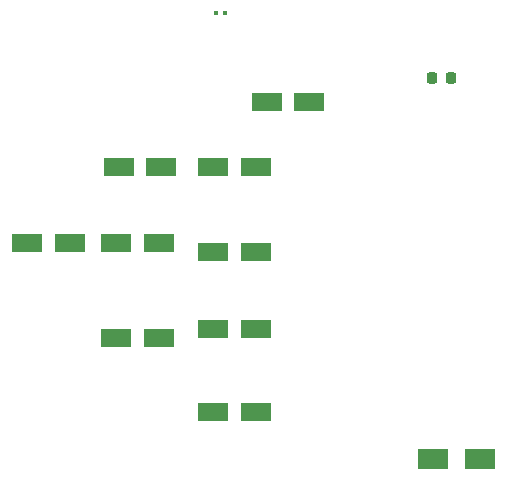
<source format=gbr>
%TF.GenerationSoftware,KiCad,Pcbnew,8.0.5*%
%TF.CreationDate,2024-10-05T15:02:31-05:00*%
%TF.ProjectId,HornsBoard,486f726e-7342-46f6-9172-642e6b696361,0.0*%
%TF.SameCoordinates,Original*%
%TF.FileFunction,Paste,Top*%
%TF.FilePolarity,Positive*%
%FSLAX46Y46*%
G04 Gerber Fmt 4.6, Leading zero omitted, Abs format (unit mm)*
G04 Created by KiCad (PCBNEW 8.0.5) date 2024-10-05 15:02:31*
%MOMM*%
%LPD*%
G01*
G04 APERTURE LIST*
G04 Aperture macros list*
%AMRoundRect*
0 Rectangle with rounded corners*
0 $1 Rounding radius*
0 $2 $3 $4 $5 $6 $7 $8 $9 X,Y pos of 4 corners*
0 Add a 4 corners polygon primitive as box body*
4,1,4,$2,$3,$4,$5,$6,$7,$8,$9,$2,$3,0*
0 Add four circle primitives for the rounded corners*
1,1,$1+$1,$2,$3*
1,1,$1+$1,$4,$5*
1,1,$1+$1,$6,$7*
1,1,$1+$1,$8,$9*
0 Add four rect primitives between the rounded corners*
20,1,$1+$1,$2,$3,$4,$5,0*
20,1,$1+$1,$4,$5,$6,$7,0*
20,1,$1+$1,$6,$7,$8,$9,0*
20,1,$1+$1,$8,$9,$2,$3,0*%
G04 Aperture macros list end*
%ADD10RoundRect,0.079500X-0.079500X-0.100500X0.079500X-0.100500X0.079500X0.100500X-0.079500X0.100500X0*%
%ADD11RoundRect,0.250000X-1.050000X-0.550000X1.050000X-0.550000X1.050000X0.550000X-1.050000X0.550000X0*%
%ADD12RoundRect,0.218750X-0.218750X-0.256250X0.218750X-0.256250X0.218750X0.256250X-0.218750X0.256250X0*%
%ADD13R,2.500000X1.800000*%
G04 APERTURE END LIST*
D10*
%TO.C,R1*%
X145905000Y-81500000D03*
X146595000Y-81500000D03*
%TD*%
D11*
%TO.C,C1*%
X150150000Y-89000000D03*
X153750000Y-89000000D03*
%TD*%
%TO.C,C2*%
X145650000Y-101750000D03*
X149250000Y-101750000D03*
%TD*%
%TO.C,C9*%
X145650000Y-94500000D03*
X149250000Y-94500000D03*
%TD*%
D12*
%TO.C,F1*%
X164175000Y-87000000D03*
X165750000Y-87000000D03*
%TD*%
D13*
%TO.C,D1*%
X164250000Y-119250000D03*
X168250000Y-119250000D03*
%TD*%
D11*
%TO.C,C5*%
X137400000Y-101000000D03*
X141000000Y-101000000D03*
%TD*%
%TO.C,C8*%
X137650000Y-94500000D03*
X141250000Y-94500000D03*
%TD*%
%TO.C,C7*%
X129900000Y-101000000D03*
X133500000Y-101000000D03*
%TD*%
%TO.C,C4*%
X145650000Y-115250000D03*
X149250000Y-115250000D03*
%TD*%
%TO.C,C6*%
X137400000Y-109000000D03*
X141000000Y-109000000D03*
%TD*%
%TO.C,C3*%
X145650000Y-108250000D03*
X149250000Y-108250000D03*
%TD*%
M02*

</source>
